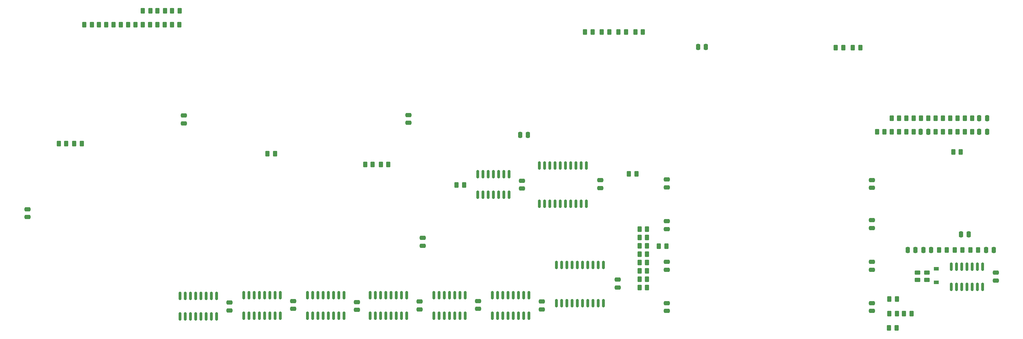
<source format=gbr>
%TF.GenerationSoftware,KiCad,Pcbnew,(6.0.0)*%
%TF.CreationDate,2022-12-03T19:26:30+00:00*%
%TF.ProjectId,CPC464-2MINI,43504334-3634-42d3-924d-494e492e6b69,rev?*%
%TF.SameCoordinates,Original*%
%TF.FileFunction,Paste,Top*%
%TF.FilePolarity,Positive*%
%FSLAX46Y46*%
G04 Gerber Fmt 4.6, Leading zero omitted, Abs format (unit mm)*
G04 Created by KiCad (PCBNEW (6.0.0)) date 2022-12-03 19:26:30*
%MOMM*%
%LPD*%
G01*
G04 APERTURE LIST*
G04 Aperture macros list*
%AMRoundRect*
0 Rectangle with rounded corners*
0 $1 Rounding radius*
0 $2 $3 $4 $5 $6 $7 $8 $9 X,Y pos of 4 corners*
0 Add a 4 corners polygon primitive as box body*
4,1,4,$2,$3,$4,$5,$6,$7,$8,$9,$2,$3,0*
0 Add four circle primitives for the rounded corners*
1,1,$1+$1,$2,$3*
1,1,$1+$1,$4,$5*
1,1,$1+$1,$6,$7*
1,1,$1+$1,$8,$9*
0 Add four rect primitives between the rounded corners*
20,1,$1+$1,$2,$3,$4,$5,0*
20,1,$1+$1,$4,$5,$6,$7,0*
20,1,$1+$1,$6,$7,$8,$9,0*
20,1,$1+$1,$8,$9,$2,$3,0*%
G04 Aperture macros list end*
%ADD10RoundRect,0.250000X0.262500X0.450000X-0.262500X0.450000X-0.262500X-0.450000X0.262500X-0.450000X0*%
%ADD11RoundRect,0.250000X-0.262500X-0.450000X0.262500X-0.450000X0.262500X0.450000X-0.262500X0.450000X0*%
%ADD12RoundRect,0.150000X0.150000X-0.825000X0.150000X0.825000X-0.150000X0.825000X-0.150000X-0.825000X0*%
%ADD13RoundRect,0.250000X0.475000X-0.250000X0.475000X0.250000X-0.475000X0.250000X-0.475000X-0.250000X0*%
%ADD14RoundRect,0.250000X-0.450000X0.262500X-0.450000X-0.262500X0.450000X-0.262500X0.450000X0.262500X0*%
%ADD15RoundRect,0.250000X-0.250000X-0.475000X0.250000X-0.475000X0.250000X0.475000X-0.250000X0.475000X0*%
%ADD16RoundRect,0.150000X0.150000X-0.875000X0.150000X0.875000X-0.150000X0.875000X-0.150000X-0.875000X0*%
%ADD17RoundRect,0.250000X0.250000X0.475000X-0.250000X0.475000X-0.250000X-0.475000X0.250000X-0.475000X0*%
%ADD18RoundRect,0.250000X0.450000X-0.262500X0.450000X0.262500X-0.450000X0.262500X-0.450000X-0.262500X0*%
%ADD19R,1.200000X0.900000*%
%ADD20RoundRect,0.250000X-0.475000X0.250000X-0.475000X-0.250000X0.475000X-0.250000X0.475000X0.250000X0*%
G04 APERTURE END LIST*
D10*
%TO.C,R121*%
X59102000Y-30988000D03*
X57277000Y-30988000D03*
%TD*%
D11*
%TO.C,R133*%
X235815500Y-57150000D03*
X237640500Y-57150000D03*
%TD*%
D12*
%TO.C,IC125*%
X246761000Y-98233000D03*
X248031000Y-98233000D03*
X249301000Y-98233000D03*
X250571000Y-98233000D03*
X251841000Y-98233000D03*
X253111000Y-98233000D03*
X254381000Y-98233000D03*
X254381000Y-93283000D03*
X253111000Y-93283000D03*
X251841000Y-93283000D03*
X250571000Y-93283000D03*
X249301000Y-93283000D03*
X248031000Y-93283000D03*
X246761000Y-93283000D03*
%TD*%
D11*
%TO.C,R104*%
X231728000Y-101219000D03*
X233553000Y-101219000D03*
%TD*%
D13*
%TO.C,C108*%
X227472000Y-83891000D03*
X227472000Y-81991000D03*
%TD*%
%TO.C,C105*%
X177561000Y-73985000D03*
X177561000Y-72085000D03*
%TD*%
D11*
%TO.C,R105*%
X29718000Y-63308000D03*
X31543000Y-63308000D03*
%TD*%
D13*
%TO.C,C110*%
X227472000Y-94051000D03*
X227472000Y-92151000D03*
%TD*%
D12*
%TO.C,IC113*%
X135128000Y-105222000D03*
X136398000Y-105222000D03*
X137668000Y-105222000D03*
X138938000Y-105222000D03*
X140208000Y-105222000D03*
X141478000Y-105222000D03*
X142748000Y-105222000D03*
X144018000Y-105222000D03*
X144018000Y-100272000D03*
X142748000Y-100272000D03*
X141478000Y-100272000D03*
X140208000Y-100272000D03*
X138938000Y-100272000D03*
X137668000Y-100272000D03*
X136398000Y-100272000D03*
X135128000Y-100272000D03*
%TD*%
D14*
%TO.C,R155*%
X238506000Y-94718500D03*
X238506000Y-96543500D03*
%TD*%
D13*
%TO.C,C121*%
X131699000Y-103570000D03*
X131699000Y-101670000D03*
%TD*%
D11*
%TO.C,R141*%
X222838000Y-40005000D03*
X224663000Y-40005000D03*
%TD*%
%TO.C,R131*%
X246483500Y-60452000D03*
X248308500Y-60452000D03*
%TD*%
%TO.C,R126*%
X246483500Y-57150000D03*
X248308500Y-57150000D03*
%TD*%
D12*
%TO.C,IC110*%
X120904000Y-105222000D03*
X122174000Y-105222000D03*
X123444000Y-105222000D03*
X124714000Y-105222000D03*
X125984000Y-105222000D03*
X127254000Y-105222000D03*
X128524000Y-105222000D03*
X128524000Y-100272000D03*
X127254000Y-100272000D03*
X125984000Y-100272000D03*
X124714000Y-100272000D03*
X123444000Y-100272000D03*
X122174000Y-100272000D03*
X120904000Y-100272000D03*
%TD*%
D15*
%TO.C,C134*%
X253558000Y-57150000D03*
X255458000Y-57150000D03*
%TD*%
D11*
%TO.C,R103*%
X104243500Y-68388000D03*
X106068500Y-68388000D03*
%TD*%
D15*
%TO.C,C131*%
X249113000Y-85471000D03*
X251013000Y-85471000D03*
%TD*%
D11*
%TO.C,R118*%
X50141500Y-34417000D03*
X51966500Y-34417000D03*
%TD*%
D13*
%TO.C,C106*%
X227472000Y-74112000D03*
X227472000Y-72212000D03*
%TD*%
D11*
%TO.C,R120*%
X39473500Y-34417000D03*
X41298500Y-34417000D03*
%TD*%
%TO.C,R150*%
X170942000Y-84201000D03*
X172767000Y-84201000D03*
%TD*%
D13*
%TO.C,C117*%
X147193000Y-103697000D03*
X147193000Y-101797000D03*
%TD*%
D11*
%TO.C,R111*%
X247626500Y-89281000D03*
X249451500Y-89281000D03*
%TD*%
%TO.C,R136*%
X232259500Y-60452000D03*
X234084500Y-60452000D03*
%TD*%
%TO.C,R147*%
X170942000Y-90297000D03*
X172767000Y-90297000D03*
%TD*%
%TO.C,R153*%
X170942000Y-94361000D03*
X172767000Y-94361000D03*
%TD*%
D13*
%TO.C,C127*%
X86741000Y-103570000D03*
X86741000Y-101670000D03*
%TD*%
D11*
%TO.C,R115*%
X53697500Y-34417000D03*
X55522500Y-34417000D03*
%TD*%
D13*
%TO.C,C116*%
X142367000Y-74291000D03*
X142367000Y-72391000D03*
%TD*%
D11*
%TO.C,R143*%
X243816500Y-89281000D03*
X245641500Y-89281000D03*
%TD*%
%TO.C,R130*%
X235815500Y-60452000D03*
X237640500Y-60452000D03*
%TD*%
D15*
%TO.C,C135*%
X239311000Y-60452000D03*
X241211000Y-60452000D03*
%TD*%
D11*
%TO.C,R122*%
X46585500Y-34417000D03*
X48410500Y-34417000D03*
%TD*%
%TO.C,R137*%
X242927500Y-57150000D03*
X244752500Y-57150000D03*
%TD*%
%TO.C,R128*%
X250039500Y-57150000D03*
X251864500Y-57150000D03*
%TD*%
D15*
%TO.C,C133*%
X253558000Y-60452000D03*
X255458000Y-60452000D03*
%TD*%
D11*
%TO.C,R142*%
X165838500Y-36195000D03*
X167663500Y-36195000D03*
%TD*%
D16*
%TO.C,IC115*%
X150749000Y-102186000D03*
X152019000Y-102186000D03*
X153289000Y-102186000D03*
X154559000Y-102186000D03*
X155829000Y-102186000D03*
X157099000Y-102186000D03*
X158369000Y-102186000D03*
X159639000Y-102186000D03*
X160909000Y-102186000D03*
X162179000Y-102186000D03*
X162179000Y-92886000D03*
X160909000Y-92886000D03*
X159639000Y-92886000D03*
X158369000Y-92886000D03*
X157099000Y-92886000D03*
X155829000Y-92886000D03*
X154559000Y-92886000D03*
X153289000Y-92886000D03*
X152019000Y-92886000D03*
X150749000Y-92886000D03*
%TD*%
D13*
%TO.C,C122*%
X117475000Y-103697000D03*
X117475000Y-101797000D03*
%TD*%
D11*
%TO.C,R119*%
X50165000Y-30988000D03*
X51990000Y-30988000D03*
%TD*%
%TO.C,R135*%
X239371500Y-57150000D03*
X241196500Y-57150000D03*
%TD*%
D17*
%TO.C,C132*%
X257109000Y-89281000D03*
X255209000Y-89281000D03*
%TD*%
D11*
%TO.C,R146*%
X170942000Y-88265000D03*
X172767000Y-88265000D03*
%TD*%
%TO.C,R108*%
X108053500Y-68388000D03*
X109878500Y-68388000D03*
%TD*%
%TO.C,R112*%
X33504500Y-63308000D03*
X35329500Y-63308000D03*
%TD*%
D13*
%TO.C,C125*%
X22098000Y-81214000D03*
X22098000Y-79314000D03*
%TD*%
D12*
%TO.C,IC101*%
X59182000Y-105410000D03*
X60452000Y-105410000D03*
X61722000Y-105410000D03*
X62992000Y-105410000D03*
X64262000Y-105410000D03*
X65532000Y-105410000D03*
X66802000Y-105410000D03*
X68072000Y-105410000D03*
X68072000Y-100460000D03*
X66802000Y-100460000D03*
X65532000Y-100460000D03*
X64262000Y-100460000D03*
X62992000Y-100460000D03*
X61722000Y-100460000D03*
X60452000Y-100460000D03*
X59182000Y-100460000D03*
%TD*%
D11*
%TO.C,R149*%
X170942000Y-98425000D03*
X172767000Y-98425000D03*
%TD*%
%TO.C,R123*%
X35941000Y-34417000D03*
X37766000Y-34417000D03*
%TD*%
%TO.C,R106*%
X231698800Y-104749600D03*
X233523800Y-104749600D03*
%TD*%
%TO.C,R134*%
X228703500Y-60452000D03*
X230528500Y-60452000D03*
%TD*%
D13*
%TO.C,C123*%
X102235000Y-103824000D03*
X102235000Y-101924000D03*
%TD*%
D12*
%TO.C,IC104*%
X74676000Y-105222000D03*
X75946000Y-105222000D03*
X77216000Y-105222000D03*
X78486000Y-105222000D03*
X79756000Y-105222000D03*
X81026000Y-105222000D03*
X82296000Y-105222000D03*
X83566000Y-105222000D03*
X83566000Y-100272000D03*
X82296000Y-100272000D03*
X81026000Y-100272000D03*
X79756000Y-100272000D03*
X78486000Y-100272000D03*
X77216000Y-100272000D03*
X75946000Y-100272000D03*
X74676000Y-100272000D03*
%TD*%
D13*
%TO.C,C112*%
X227472000Y-104084000D03*
X227472000Y-102184000D03*
%TD*%
D11*
%TO.C,R145*%
X251436500Y-89281000D03*
X253261500Y-89281000D03*
%TD*%
%TO.C,R109*%
X157710500Y-36195000D03*
X159535500Y-36195000D03*
%TD*%
D13*
%TO.C,C114*%
X161417000Y-74164000D03*
X161417000Y-72264000D03*
%TD*%
%TO.C,C120*%
X118237000Y-88200000D03*
X118237000Y-86300000D03*
%TD*%
D11*
%TO.C,R132*%
X250039500Y-60452000D03*
X251864500Y-60452000D03*
%TD*%
D13*
%TO.C,C115*%
X165608000Y-98359000D03*
X165608000Y-96459000D03*
%TD*%
D18*
%TO.C,R101*%
X240792000Y-96543500D03*
X240792000Y-94718500D03*
%TD*%
D15*
%TO.C,C102*%
X236159000Y-89281000D03*
X238059000Y-89281000D03*
%TD*%
D11*
%TO.C,R124*%
X126468500Y-73403000D03*
X128293500Y-73403000D03*
%TD*%
D15*
%TO.C,C130*%
X239969000Y-89281000D03*
X241869000Y-89281000D03*
%TD*%
D12*
%TO.C,IC105*%
X90170000Y-105222000D03*
X91440000Y-105222000D03*
X92710000Y-105222000D03*
X93980000Y-105222000D03*
X95250000Y-105222000D03*
X96520000Y-105222000D03*
X97790000Y-105222000D03*
X99060000Y-105222000D03*
X99060000Y-100272000D03*
X97790000Y-100272000D03*
X96520000Y-100272000D03*
X95250000Y-100272000D03*
X93980000Y-100272000D03*
X92710000Y-100272000D03*
X91440000Y-100272000D03*
X90170000Y-100272000D03*
%TD*%
D11*
%TO.C,R127*%
X247245500Y-65405000D03*
X249070500Y-65405000D03*
%TD*%
%TO.C,R102*%
X169926000Y-36195000D03*
X171751000Y-36195000D03*
%TD*%
%TO.C,R152*%
X170942000Y-92329000D03*
X172767000Y-92329000D03*
%TD*%
%TO.C,R129*%
X232259500Y-57150000D03*
X234084500Y-57150000D03*
%TD*%
D12*
%TO.C,IC109*%
X105410000Y-105222000D03*
X106680000Y-105222000D03*
X107950000Y-105222000D03*
X109220000Y-105222000D03*
X110490000Y-105222000D03*
X111760000Y-105222000D03*
X113030000Y-105222000D03*
X114300000Y-105222000D03*
X114300000Y-100272000D03*
X113030000Y-100272000D03*
X111760000Y-100272000D03*
X110490000Y-100272000D03*
X109220000Y-100272000D03*
X107950000Y-100272000D03*
X106680000Y-100272000D03*
X105410000Y-100272000D03*
%TD*%
D16*
%TO.C,IC114*%
X146558000Y-77991000D03*
X147828000Y-77991000D03*
X149098000Y-77991000D03*
X150368000Y-77991000D03*
X151638000Y-77991000D03*
X152908000Y-77991000D03*
X154178000Y-77991000D03*
X155448000Y-77991000D03*
X156718000Y-77991000D03*
X157988000Y-77991000D03*
X157988000Y-68691000D03*
X156718000Y-68691000D03*
X155448000Y-68691000D03*
X154178000Y-68691000D03*
X152908000Y-68691000D03*
X151638000Y-68691000D03*
X150368000Y-68691000D03*
X149098000Y-68691000D03*
X147828000Y-68691000D03*
X146558000Y-68691000D03*
%TD*%
D13*
%TO.C,C124*%
X60174500Y-58416000D03*
X60174500Y-56516000D03*
%TD*%
D11*
%TO.C,R148*%
X170942000Y-96393000D03*
X172767000Y-96393000D03*
%TD*%
D10*
%TO.C,R144*%
X170203500Y-70674000D03*
X168378500Y-70674000D03*
%TD*%
D15*
%TO.C,C104*%
X185171000Y-39813000D03*
X187071000Y-39813000D03*
%TD*%
D13*
%TO.C,C107*%
X177561000Y-84145000D03*
X177561000Y-82245000D03*
%TD*%
D19*
%TO.C,D101*%
X243078000Y-97154000D03*
X243078000Y-93854000D03*
%TD*%
D11*
%TO.C,R157*%
X175656000Y-88275000D03*
X177481000Y-88275000D03*
%TD*%
D17*
%TO.C,C118*%
X143825000Y-61214000D03*
X141925000Y-61214000D03*
%TD*%
D11*
%TO.C,R117*%
X53721000Y-30988000D03*
X55546000Y-30988000D03*
%TD*%
D10*
%TO.C,R107*%
X233424100Y-108254800D03*
X231599100Y-108254800D03*
%TD*%
D11*
%TO.C,R125*%
X242927500Y-60452000D03*
X244752500Y-60452000D03*
%TD*%
%TO.C,R116*%
X43029500Y-34417000D03*
X44854500Y-34417000D03*
%TD*%
D12*
%TO.C,IC112*%
X131572000Y-75751000D03*
X132842000Y-75751000D03*
X134112000Y-75751000D03*
X135382000Y-75751000D03*
X136652000Y-75751000D03*
X137922000Y-75751000D03*
X139192000Y-75751000D03*
X139192000Y-70801000D03*
X137922000Y-70801000D03*
X136652000Y-70801000D03*
X135382000Y-70801000D03*
X134112000Y-70801000D03*
X132842000Y-70801000D03*
X131572000Y-70801000D03*
%TD*%
D11*
%TO.C,R156*%
X80494500Y-65786000D03*
X82319500Y-65786000D03*
%TD*%
D13*
%TO.C,C119*%
X114784500Y-58289000D03*
X114784500Y-56389000D03*
%TD*%
D10*
%TO.C,R114*%
X59078500Y-34417000D03*
X57253500Y-34417000D03*
%TD*%
D11*
%TO.C,R110*%
X161774500Y-36195000D03*
X163599500Y-36195000D03*
%TD*%
%TO.C,R113*%
X235254800Y-104749600D03*
X237079800Y-104749600D03*
%TD*%
D20*
%TO.C,C129*%
X257556000Y-94787000D03*
X257556000Y-96687000D03*
%TD*%
D13*
%TO.C,C128*%
X71247000Y-103951000D03*
X71247000Y-102051000D03*
%TD*%
D11*
%TO.C,R151*%
X170942000Y-86233000D03*
X172767000Y-86233000D03*
%TD*%
D13*
%TO.C,C109*%
X177561000Y-94051000D03*
X177561000Y-92151000D03*
%TD*%
D11*
%TO.C,R140*%
X218647000Y-40005000D03*
X220472000Y-40005000D03*
%TD*%
D13*
%TO.C,C111*%
X177561000Y-104084000D03*
X177561000Y-102184000D03*
%TD*%
M02*

</source>
